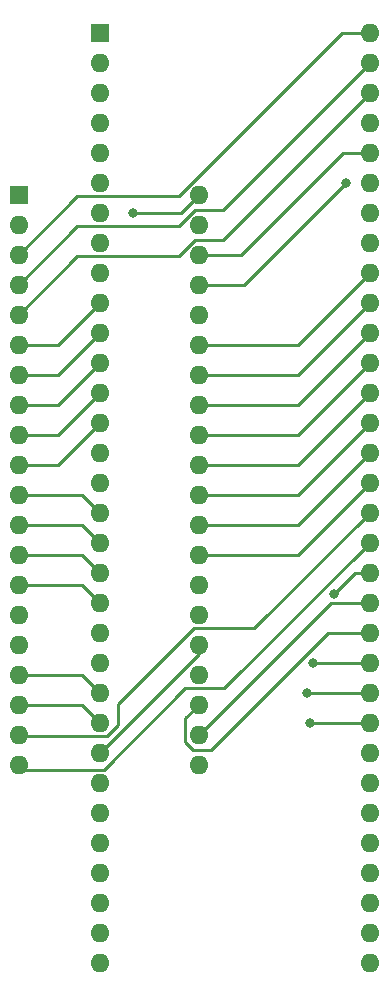
<source format=gtl>
G04 #@! TF.GenerationSoftware,KiCad,Pcbnew,(6.0.0)*
G04 #@! TF.CreationDate,2023-01-29T20:39:39-05:00*
G04 #@! TF.ProjectId,tms7000 64 pin adapter,746d7337-3030-4302-9036-342070696e20,rev?*
G04 #@! TF.SameCoordinates,Original*
G04 #@! TF.FileFunction,Copper,L1,Top*
G04 #@! TF.FilePolarity,Positive*
%FSLAX46Y46*%
G04 Gerber Fmt 4.6, Leading zero omitted, Abs format (unit mm)*
G04 Created by KiCad (PCBNEW (6.0.0)) date 2023-01-29 20:39:39*
%MOMM*%
%LPD*%
G01*
G04 APERTURE LIST*
G04 #@! TA.AperFunction,ComponentPad*
%ADD10R,1.600000X1.600000*%
G04 #@! TD*
G04 #@! TA.AperFunction,ComponentPad*
%ADD11O,1.600000X1.600000*%
G04 #@! TD*
G04 #@! TA.AperFunction,ViaPad*
%ADD12C,0.800000*%
G04 #@! TD*
G04 #@! TA.AperFunction,Conductor*
%ADD13C,0.250000*%
G04 #@! TD*
G04 APERTURE END LIST*
D10*
X115565000Y-52837000D03*
D11*
X115565000Y-55377000D03*
X115565000Y-57917000D03*
X115565000Y-60457000D03*
X115565000Y-62997000D03*
X115565000Y-65537000D03*
X115565000Y-68077000D03*
X115565000Y-70617000D03*
X115565000Y-73157000D03*
X115565000Y-75697000D03*
X115565000Y-78237000D03*
X115565000Y-80777000D03*
X115565000Y-83317000D03*
X115565000Y-85857000D03*
X115565000Y-88397000D03*
X115565000Y-90937000D03*
X115565000Y-93477000D03*
X115565000Y-96017000D03*
X115565000Y-98557000D03*
X115565000Y-101097000D03*
X130805000Y-101097000D03*
X130805000Y-98557000D03*
X130805000Y-96017000D03*
X130805000Y-93477000D03*
X130805000Y-90937000D03*
X130805000Y-88397000D03*
X130805000Y-85857000D03*
X130805000Y-83317000D03*
X130805000Y-80777000D03*
X130805000Y-78237000D03*
X130805000Y-75697000D03*
X130805000Y-73157000D03*
X130805000Y-70617000D03*
X130805000Y-68077000D03*
X130805000Y-65537000D03*
X130805000Y-62997000D03*
X130805000Y-60457000D03*
X130805000Y-57917000D03*
X130805000Y-55377000D03*
X130805000Y-52837000D03*
D10*
X122428000Y-39116000D03*
D11*
X122428000Y-41656000D03*
X122428000Y-44196000D03*
X122428000Y-46736000D03*
X122428000Y-49276000D03*
X122428000Y-51816000D03*
X122428000Y-54356000D03*
X122428000Y-56896000D03*
X122428000Y-59436000D03*
X122428000Y-61976000D03*
X122428000Y-64516000D03*
X122428000Y-67056000D03*
X122428000Y-69596000D03*
X122428000Y-72136000D03*
X122428000Y-74676000D03*
X122428000Y-77216000D03*
X122428000Y-79756000D03*
X122428000Y-82296000D03*
X122428000Y-84836000D03*
X122428000Y-87376000D03*
X122428000Y-89916000D03*
X122428000Y-92456000D03*
X122428000Y-94996000D03*
X122428000Y-97536000D03*
X122428000Y-100076000D03*
X122428000Y-102616000D03*
X122428000Y-105156000D03*
X122428000Y-107696000D03*
X122428000Y-110236000D03*
X122428000Y-112776000D03*
X122428000Y-115316000D03*
X122428000Y-117856000D03*
X145288000Y-117856000D03*
X145288000Y-115316000D03*
X145288000Y-112776000D03*
X145288000Y-110236000D03*
X145288000Y-107696000D03*
X145288000Y-105156000D03*
X145288000Y-102616000D03*
X145288000Y-100076000D03*
X145288000Y-97536000D03*
X145288000Y-94996000D03*
X145288000Y-92456000D03*
X145288000Y-89916000D03*
X145288000Y-87376000D03*
X145288000Y-84836000D03*
X145288000Y-82296000D03*
X145288000Y-79756000D03*
X145288000Y-77216000D03*
X145288000Y-74676000D03*
X145288000Y-72136000D03*
X145288000Y-69596000D03*
X145288000Y-67056000D03*
X145288000Y-64516000D03*
X145288000Y-61976000D03*
X145288000Y-59436000D03*
X145288000Y-56896000D03*
X145288000Y-54356000D03*
X145288000Y-51816000D03*
X145288000Y-49276000D03*
X145288000Y-46736000D03*
X145288000Y-44196000D03*
X145288000Y-41656000D03*
X145288000Y-39116000D03*
D12*
X142240000Y-86614000D03*
X140462000Y-92456000D03*
X139954000Y-94996000D03*
X140208000Y-97536000D03*
X143256000Y-51816000D03*
X125222000Y-54356000D03*
D13*
X129111189Y-52940511D02*
X142935700Y-39116000D01*
X115565000Y-57917000D02*
X120541489Y-52940511D01*
X142935700Y-39116000D02*
X145288000Y-39116000D01*
X120541489Y-52940511D02*
X129111189Y-52940511D01*
X130489700Y-54102000D02*
X132842000Y-54102000D01*
X120541489Y-55480511D02*
X129111189Y-55480511D01*
X115565000Y-60457000D02*
X120541489Y-55480511D01*
X132842000Y-54102000D02*
X145288000Y-41656000D01*
X129111189Y-55480511D02*
X130489700Y-54102000D01*
X129111189Y-58020511D02*
X130489700Y-56642000D01*
X120541489Y-58020511D02*
X129111189Y-58020511D01*
X115565000Y-62997000D02*
X120541489Y-58020511D01*
X130489700Y-56642000D02*
X132842000Y-56642000D01*
X132842000Y-56642000D02*
X145288000Y-44196000D01*
X118867000Y-65537000D02*
X122428000Y-61976000D01*
X115565000Y-65537000D02*
X118867000Y-65537000D01*
X115565000Y-68077000D02*
X118867000Y-68077000D01*
X118867000Y-68077000D02*
X122428000Y-64516000D01*
X115565000Y-70617000D02*
X118867000Y-70617000D01*
X118867000Y-70617000D02*
X122428000Y-67056000D01*
X115565000Y-73157000D02*
X118867000Y-73157000D01*
X118867000Y-73157000D02*
X122428000Y-69596000D01*
X115565000Y-75697000D02*
X118867000Y-75697000D01*
X118867000Y-75697000D02*
X122428000Y-72136000D01*
X120909000Y-78237000D02*
X122428000Y-79756000D01*
X115565000Y-78237000D02*
X120909000Y-78237000D01*
X115565000Y-80777000D02*
X120909000Y-80777000D01*
X120909000Y-80777000D02*
X122428000Y-82296000D01*
X115565000Y-83317000D02*
X120909000Y-83317000D01*
X120909000Y-83317000D02*
X122428000Y-84836000D01*
X115565000Y-85857000D02*
X120909000Y-85857000D01*
X120909000Y-85857000D02*
X122428000Y-87376000D01*
X120909000Y-93477000D02*
X122428000Y-94996000D01*
X115565000Y-93477000D02*
X120909000Y-93477000D01*
X115565000Y-96017000D02*
X120909000Y-96017000D01*
X120909000Y-96017000D02*
X122428000Y-97536000D01*
X130442489Y-89521511D02*
X124008756Y-95955244D01*
X124008756Y-95955244D02*
X124008756Y-97733244D01*
X135522489Y-89521511D02*
X130442489Y-89521511D01*
X124008756Y-97733244D02*
X123081489Y-98660511D01*
X123081489Y-98660511D02*
X115668511Y-98660511D01*
X145288000Y-79756000D02*
X135522489Y-89521511D01*
X115668511Y-98660511D02*
X115565000Y-98557000D01*
X115565000Y-101097000D02*
X115959489Y-101491489D01*
X115959489Y-101491489D02*
X122790511Y-101491489D01*
X132982489Y-94601511D02*
X145288000Y-82296000D01*
X129680489Y-94601511D02*
X132982489Y-94601511D01*
X122790511Y-101491489D02*
X129680489Y-94601511D01*
X144018000Y-84836000D02*
X142240000Y-86614000D01*
X145288000Y-84836000D02*
X144018000Y-84836000D01*
X145288000Y-87376000D02*
X141986000Y-87376000D01*
X141986000Y-87376000D02*
X130805000Y-98557000D01*
X129680489Y-97141511D02*
X129680489Y-99200489D01*
X141732000Y-89916000D02*
X145288000Y-89916000D01*
X131826000Y-99822000D02*
X141732000Y-89916000D01*
X129680489Y-99200489D02*
X130302000Y-99822000D01*
X130302000Y-99822000D02*
X131826000Y-99822000D01*
X130805000Y-96017000D02*
X129680489Y-97141511D01*
X145288000Y-92456000D02*
X140462000Y-92456000D01*
X130805000Y-91699000D02*
X130805000Y-90937000D01*
X122428000Y-100076000D02*
X130805000Y-91699000D01*
X145288000Y-94996000D02*
X139954000Y-94996000D01*
X145288000Y-97536000D02*
X140208000Y-97536000D01*
X139187000Y-83317000D02*
X145288000Y-77216000D01*
X130805000Y-83317000D02*
X139187000Y-83317000D01*
X130805000Y-80777000D02*
X139187000Y-80777000D01*
X139187000Y-80777000D02*
X145288000Y-74676000D01*
X130805000Y-78237000D02*
X139187000Y-78237000D01*
X139187000Y-78237000D02*
X145288000Y-72136000D01*
X139187000Y-75697000D02*
X145288000Y-69596000D01*
X130805000Y-75697000D02*
X139187000Y-75697000D01*
X130805000Y-73157000D02*
X139187000Y-73157000D01*
X139187000Y-73157000D02*
X145288000Y-67056000D01*
X139187000Y-70617000D02*
X145288000Y-64516000D01*
X130805000Y-70617000D02*
X139187000Y-70617000D01*
X130805000Y-68077000D02*
X139187000Y-68077000D01*
X139187000Y-68077000D02*
X145288000Y-61976000D01*
X130805000Y-65537000D02*
X139187000Y-65537000D01*
X139187000Y-65537000D02*
X145288000Y-59436000D01*
X130805000Y-60457000D02*
X134615000Y-60457000D01*
X134615000Y-60457000D02*
X143256000Y-51816000D01*
X143002000Y-49276000D02*
X145288000Y-49276000D01*
X130805000Y-57917000D02*
X134361000Y-57917000D01*
X134361000Y-57917000D02*
X143002000Y-49276000D01*
X129286000Y-54356000D02*
X125222000Y-54356000D01*
X130805000Y-52837000D02*
X129286000Y-54356000D01*
M02*

</source>
